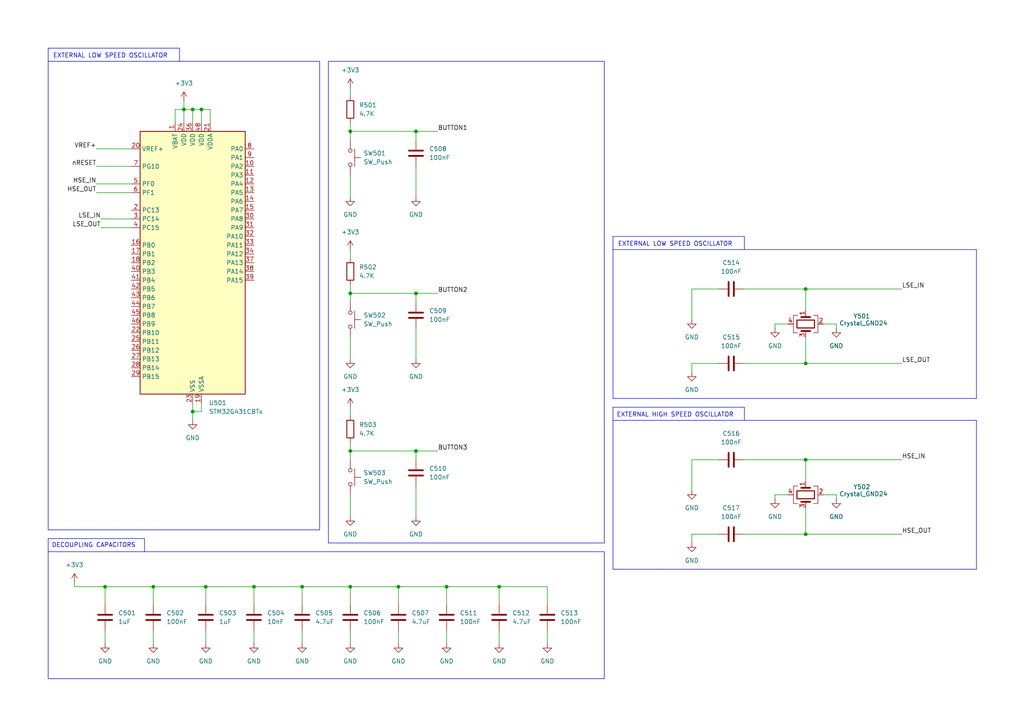
<source format=kicad_sch>
(kicad_sch (version 20250114) (generator "eeschema") (generator_version "9.0")
  (paper "A4")
  (lib_symbols
    (symbol "Device:C" (pin_numbers (hide yes)) (pin_names (offset 0.254))
      (property "Reference" "C" (at 0.635 2.54 0))
      (property "Value" "C" (at 0.635 -2.54 0))
      (symbol "C_0_1"
        (polyline (pts (xy -2.032 0.762) (xy 2.032 0.762)) (stroke (width 0.508)))
        (polyline (pts (xy -2.032 -0.762) (xy 2.032 -0.762)) (stroke (width 0.508)))
      )
      (symbol "C_1_1"
        (pin passive line (at 0 3.81 270) (length 2.794) (name "~") (number "1"))
        (pin passive line (at 0 -3.81 90) (length 2.794) (name "~") (number "2"))
      )
    )
    (symbol "Device:Crystal_GND24" (pin_names (offset 1.016) (hide yes))
      (property "Reference" "Y" (at 3.175 5.08 0))
      (property "Value" "Crystal_GND24" (at 3.175 3.175 0))
      (symbol "Crystal_GND24_0_1"
        (polyline (pts (xy -2.54 2.286) (xy -2.54 3.556) (xy 2.54 3.556) (xy 2.54 2.286)))
        (polyline (pts (xy -2.54 0) (xy -2.032 0)))
        (polyline (pts (xy -2.54 -2.286) (xy -2.54 -3.556) (xy 2.54 -3.556) (xy 2.54 -2.286)))
        (polyline (pts (xy -2.032 -1.27) (xy -2.032 1.27)) (stroke (width 0.508)))
        (rectangle (start -1.143 2.54) (end 1.143 -2.54) (stroke (width 0.3048)))
        (polyline (pts (xy 0 3.556) (xy 0 3.81)))
        (polyline (pts (xy 0 -3.81) (xy 0 -3.556)))
        (polyline (pts (xy 2.032 0) (xy 2.54 0)))
        (polyline (pts (xy 2.032 -1.27) (xy 2.032 1.27)) (stroke (width 0.508)))
      )
      (symbol "Crystal_GND24_1_1"
        (pin passive line (at -3.81 0 0) (length 1.27) (name "1") (number "1"))
        (pin passive line (at 0 5.08 270) (length 1.27) (name "2") (number "2"))
        (pin passive line (at 0 -5.08 90) (length 1.27) (name "4") (number "4"))
        (pin passive line (at 3.81 0 180) (length 1.27) (name "3") (number "3"))
      )
    )
    (symbol "Device:R" (pin_numbers (hide yes)) (pin_names (offset 0))
      (property "Reference" "R" (at 2.032 0 90))
      (property "Value" "R" (at 0 0 90))
      (symbol "R_0_1"
        (rectangle (start -1.016 -2.54) (end 1.016 2.54) (stroke (width 0.254)))
      )
      (symbol "R_1_1"
        (pin passive line (at 0 3.81 270) (length 1.27) (name "~") (number "1"))
        (pin passive line (at 0 -3.81 90) (length 1.27) (name "~") (number "2"))
      )
    )
    (symbol "MCU_ST_STM32G4:STM32G431CBTx"
      (property "Reference" "U" (at -15.24 39.37 0))
      (property "Value" "STM32G431CBTx" (at 7.62 39.37 0))
      (symbol "STM32G431CBTx_0_1"
        (rectangle (start -15.24 -38.1) (end 15.24 38.1) (stroke (width 0.254)) (fill (type background)))
      )
      (symbol "STM32G431CBTx_1_1"
        (pin input line (at -17.78 33.02 0) (length 2.54) (name "VREF+") (number "20"))
        (pin bidirectional line (at -17.78 27.94 0) (length 2.54) (name "PG10") (number "7"))
        (pin bidirectional line (at -17.78 22.86 0) (length 2.54) (name "PF0") (number "5"))
        (pin bidirectional line (at -17.78 20.32 0) (length 2.54) (name "PF1") (number "6"))
        (pin bidirectional line (at -17.78 15.24 0) (length 2.54) (name "PC13") (number "2"))
        (pin bidirectional line (at -17.78 12.7 0) (length 2.54) (name "PC14") (number "3"))
        (pin bidirectional line (at -17.78 10.16 0) (length 2.54) (name "PC15") (number "4"))
        (pin bidirectional line (at -17.78 5.08 0) (length 2.54) (name "PB0") (number "16"))
        (pin bidirectional line (at -17.78 2.54 0) (length 2.54) (name "PB1") (number "17"))
        (pin bidirectional line (at -17.78 0 0) (length 2.54) (name "PB2") (number "18"))
        (pin bidirectional line (at -17.78 -2.54 0) (length 2.54) (name "PB3") (number "40"))
        (pin bidirectional line (at -17.78 -5.08 0) (length 2.54) (name "PB4") (number "41"))
        (pin bidirectional line (at -17.78 -7.62 0) (length 2.54) (name "PB5") (number "42"))
        (pin bidirectional line (at -17.78 -10.16 0) (length 2.54) (name "PB6") (number "43"))
        (pin bidirectional line (at -17.78 -12.7 0) (length 2.54) (name "PB7") (number "44"))
        (pin bidirectional line (at -17.78 -15.24 0) (length 2.54) (name "PB8") (number "45"))
        (pin bidirectional line (at -17.78 -17.78 0) (length 2.54) (name "PB9") (number "46"))
        (pin bidirectional line (at -17.78 -20.32 0) (length 2.54) (name "PB10") (number "22"))
        (pin bidirectional line (at -17.78 -22.86 0) (length 2.54) (name "PB11") (number "25"))
        (pin bidirectional line (at -17.78 -25.4 0) (length 2.54) (name "PB12") (number "26"))
        (pin bidirectional line (at -17.78 -27.94 0) (length 2.54) (name "PB13") (number "27"))
        (pin bidirectional line (at -17.78 -30.48 0) (length 2.54) (name "PB14") (number "28"))
        (pin bidirectional line (at -17.78 -33.02 0) (length 2.54) (name "PB15") (number "29"))
        (pin power_in line (at -5.08 40.64 270) (length 2.54) (name "VBAT") (number "1"))
        (pin power_in line (at -2.54 40.64 270) (length 2.54) (name "VDD") (number "24"))
        (pin power_in line (at 0 40.64 270) (length 2.54) (name "VDD") (number "36"))
        (pin power_in line (at 0 -40.64 90) (length 2.54) (name "VSS") (number "23"))
        (pin passive line (at 0 -40.64 90) (length 2.54) (hide yes) (name "VSS") (number "35"))
        (pin passive line (at 0 -40.64 90) (length 2.54) (hide yes) (name "VSS") (number "47"))
        (pin power_in line (at 2.54 40.64 270) (length 2.54) (name "VDD") (number "48"))
        (pin power_in line (at 2.54 -40.64 90) (length 2.54) (name "VSSA") (number "19"))
        (pin power_in line (at 5.08 40.64 270) (length 2.54) (name "VDDA") (number "21"))
        (pin bidirectional line (at 17.78 33.02 180) (length 2.54) (name "PA0") (number "8"))
        (pin bidirectional line (at 17.78 30.48 180) (length 2.54) (name "PA1") (number "9"))
        (pin bidirectional line (at 17.78 27.94 180) (length 2.54) (name "PA2") (number "10"))
        (pin bidirectional line (at 17.78 25.4 180) (length 2.54) (name "PA3") (number "11"))
        (pin bidirectional line (at 17.78 22.86 180) (length 2.54) (name "PA4") (number "12"))
        (pin bidirectional line (at 17.78 20.32 180) (length 2.54) (name "PA5") (number "13"))
        (pin bidirectional line (at 17.78 17.78 180) (length 2.54) (name "PA6") (number "14"))
        (pin bidirectional line (at 17.78 15.24 180) (length 2.54) (name "PA7") (number "15"))
        (pin bidirectional line (at 17.78 12.7 180) (length 2.54) (name "PA8") (number "30"))
        (pin bidirectional line (at 17.78 10.16 180) (length 2.54) (name "PA9") (number "31"))
        (pin bidirectional line (at 17.78 7.62 180) (length 2.54) (name "PA10") (number "32"))
        (pin bidirectional line (at 17.78 5.08 180) (length 2.54) (name "PA11") (number "33"))
        (pin bidirectional line (at 17.78 2.54 180) (length 2.54) (name "PA12") (number "34"))
        (pin bidirectional line (at 17.78 0 180) (length 2.54) (name "PA13") (number "37"))
        (pin bidirectional line (at 17.78 -2.54 180) (length 2.54) (name "PA14") (number "38"))
        (pin bidirectional line (at 17.78 -5.08 180) (length 2.54) (name "PA15") (number "39"))
      )
    )
    (symbol "Switch:SW_Push" (pin_numbers (hide yes)) (pin_names (offset 1.016) (hide yes))
      (property "Reference" "SW" (at 1.27 2.54 0))
      (property "Value" "SW_Push" (at 0 -1.524 0))
      (symbol "SW_Push_0_1"
        (circle (center -2.032 0) (radius 0.508))
        (polyline (pts (xy 0 1.27) (xy 0 3.048)))
        (circle (center 2.032 0) (radius 0.508))
        (polyline (pts (xy 2.54 1.27) (xy -2.54 1.27)))
        (pin passive line (at -5.08 0 0) (length 2.54) (name "1") (number "1"))
        (pin passive line (at 5.08 0 180) (length 2.54) (name "2") (number "2"))
      )
    )
    (symbol "power:+3V3" (power) (pin_numbers (hide yes)) (pin_names (offset 0) (hide yes))
      (property "Value" "+3V3" (at 0 3.556 0))
      (symbol "+3V3_0_1"
        (polyline (pts (xy -0.762 1.27) (xy 0 2.54)))
        (polyline (pts (xy 0 2.54) (xy 0.762 1.27)))
        (polyline (pts (xy 0 0) (xy 0 2.54)))
      )
      (symbol "+3V3_1_1"
        (pin power_in line (at 0 0 90) (length 0) (name "~") (number "1"))
      )
    )
    (symbol "power:GND" (power) (pin_numbers (hide yes)) (pin_names (offset 0) (hide yes))
      (property "Value" "GND" (at 0 -3.81 0))
      (symbol "GND_0_1"
        (polyline (pts (xy 0 0) (xy 0 -1.27) (xy 1.27 -1.27) (xy 0 -2.54) (xy -1.27 -1.27) (xy 0 -1.27)))
      )
      (symbol "GND_1_1"
        (pin power_in line (at 0 0 270) (length 0) (name "~") (number "1"))
      )
    )
  )
  (text "EXTERNAL LOW SPEED OSCILLATOR" (at 195.834 70.866 0) (effects (font (size 1.27 1.27))))
  (text "DECOUPLING CAPACITORS" (at 27.178 158.242 0) (effects (font (size 1.27 1.27))))
  (text "EXTERNAL HIGH SPEED OSCILLATOR" (at 195.834 120.396 0) (effects (font (size 1.27 1.27))))
  (text "EXTERNAL LOW SPEED OSCILLATOR" (at 32.004 16.256 0) (effects (font (size 1.27 1.27))))
  (junction (at 55.88 119.38))
  (junction (at 115.57 170.18))
  (junction (at 144.78 170.18))
  (junction (at 87.63 170.18))
  (junction (at 233.68 105.41))
  (junction (at 55.88 31.75))
  (junction (at 120.65 85.09))
  (junction (at 59.69 170.18))
  (junction (at 44.45 170.18))
  (junction (at 101.6 130.81))
  (junction (at 30.48 170.18))
  (junction (at 129.54 170.18))
  (junction (at 101.6 85.09))
  (junction (at 73.66 170.18))
  (junction (at 120.65 38.1))
  (junction (at 233.68 154.94))
  (junction (at 233.68 83.82))
  (junction (at 120.65 130.81))
  (junction (at 101.6 170.18))
  (junction (at 101.6 38.1))
  (junction (at 58.42 31.75))
  (junction (at 53.34 31.75))
  (junction (at 233.68 133.35))
  (wire (pts (xy 129.54 175.26) (xy 129.54 170.18)))
  (wire (pts (xy 238.76 93.98) (xy 242.57 93.98)))
  (polyline (pts (xy 92.71 153.67) (xy 92.71 152.4)))
  (polyline (pts (xy 283.21 121.92) (xy 283.21 165.1)))
  (polyline (pts (xy 175.26 196.85) (xy 175.26 160.02)))
  (wire (pts (xy 158.75 170.18) (xy 144.78 170.18)))
  (wire (pts (xy 58.42 31.75) (xy 60.96 31.75)))
  (polyline (pts (xy 95.25 157.48) (xy 101.6 157.48)))
  (wire (pts (xy 228.6 143.51) (xy 224.79 143.51)))
  (polyline (pts (xy 177.8 165.1) (xy 177.8 121.92)))
  (polyline (pts (xy 191.77 115.57) (xy 177.8 115.57)))
  (wire (pts (xy 233.68 154.94) (xy 261.62 154.94)))
  (wire (pts (xy 120.65 130.81) (xy 120.65 133.35)))
  (wire (pts (xy 238.76 143.51) (xy 242.57 143.51)))
  (wire (pts (xy 101.6 170.18) (xy 87.63 170.18)))
  (polyline (pts (xy 283.21 72.39) (xy 283.21 115.57)))
  (wire (pts (xy 101.6 182.88) (xy 101.6 186.69)))
  (wire (pts (xy 242.57 93.98) (xy 242.57 95.25)))
  (wire (pts (xy 55.88 119.38) (xy 55.88 121.92)))
  (wire (pts (xy 120.65 140.97) (xy 120.65 149.86)))
  (polyline (pts (xy 13.97 60.96) (xy 13.97 152.4)))
  (wire (pts (xy 129.54 170.18) (xy 115.57 170.18)))
  (wire (pts (xy 144.78 175.26) (xy 144.78 170.18)))
  (wire (pts (xy 233.68 97.79) (xy 233.68 105.41)))
  (wire (pts (xy 224.79 143.51) (xy 224.79 144.78)))
  (polyline (pts (xy 175.26 17.78) (xy 124.46 17.78)))
  (polyline (pts (xy 177.8 68.58) (xy 215.9 68.58)))
  (wire (pts (xy 73.66 175.26) (xy 73.66 170.18)))
  (wire (pts (xy 101.6 82.55) (xy 101.6 85.09)))
  (wire (pts (xy 101.6 38.1) (xy 120.65 38.1)))
  (polyline (pts (xy 123.19 196.85) (xy 175.26 196.85)))
  (wire (pts (xy 144.78 182.88) (xy 144.78 186.69)))
  (polyline (pts (xy 13.97 160.02) (xy 13.97 156.21)))
  (wire (pts (xy 73.66 170.18) (xy 87.63 170.18)))
  (wire (pts (xy 53.34 31.75) (xy 53.34 29.21)))
  (wire (pts (xy 200.66 133.35) (xy 200.66 142.24)))
  (polyline (pts (xy 215.9 68.58) (xy 215.9 72.39)))
  (polyline (pts (xy 175.26 157.48) (xy 175.26 17.78)))
  (wire (pts (xy 50.8 31.75) (xy 53.34 31.75)))
  (polyline (pts (xy 13.97 196.85) (xy 123.19 196.85)))
  (wire (pts (xy 101.6 175.26) (xy 101.6 170.18)))
  (wire (pts (xy 87.63 175.26) (xy 87.63 170.18)))
  (wire (pts (xy 101.6 50.8) (xy 101.6 57.15)))
  (wire (pts (xy 158.75 182.88) (xy 158.75 186.69)))
  (wire (pts (xy 120.65 85.09) (xy 120.65 87.63)))
  (wire (pts (xy 101.6 85.09) (xy 101.6 87.63)))
  (polyline (pts (xy 95.25 35.56) (xy 95.25 157.48)))
  (wire (pts (xy 50.8 35.56) (xy 50.8 31.75)))
  (wire (pts (xy 228.6 93.98) (xy 224.79 93.98)))
  (wire (pts (xy 101.6 85.09) (xy 120.65 85.09)))
  (wire (pts (xy 55.88 116.84) (xy 55.88 119.38)))
  (wire (pts (xy 242.57 143.51) (xy 242.57 144.78)))
  (wire (pts (xy 120.65 95.25) (xy 120.65 104.14)))
  (polyline (pts (xy 13.97 153.67) (xy 92.71 153.67)))
  (wire (pts (xy 208.28 154.94) (xy 200.66 154.94)))
  (wire (pts (xy 73.66 170.18) (xy 59.69 170.18)))
  (wire (pts (xy 30.48 175.26) (xy 30.48 170.18)))
  (polyline (pts (xy 13.97 17.78) (xy 52.07 17.78)))
  (wire (pts (xy 38.1 43.18) (xy 27.94 43.18)))
  (wire (pts (xy 58.42 116.84) (xy 58.42 119.38)))
  (wire (pts (xy 215.9 133.35) (xy 233.68 133.35)))
  (polyline (pts (xy 177.8 72.39) (xy 177.8 68.58)))
  (polyline (pts (xy 13.97 156.21) (xy 41.91 156.21)))
  (wire (pts (xy 233.68 83.82) (xy 233.68 90.17)))
  (polyline (pts (xy 177.8 118.11) (xy 215.9 118.11)))
  (wire (pts (xy 101.6 25.4) (xy 101.6 27.94)))
  (polyline (pts (xy 191.77 165.1) (xy 283.21 165.1)))
  (polyline (pts (xy 101.6 157.48) (xy 175.26 157.48)))
  (polyline (pts (xy 13.97 160.02) (xy 13.97 196.85)))
  (wire (pts (xy 44.45 170.18) (xy 30.48 170.18)))
  (polyline (pts (xy 13.97 13.97) (xy 52.07 13.97)))
  (wire (pts (xy 29.21 66.04) (xy 38.1 66.04)))
  (wire (pts (xy 59.69 175.26) (xy 59.69 170.18)))
  (wire (pts (xy 215.9 105.41) (xy 233.68 105.41)))
  (wire (pts (xy 120.65 130.81) (xy 127 130.81)))
  (wire (pts (xy 208.28 133.35) (xy 200.66 133.35)))
  (wire (pts (xy 21.59 168.91) (xy 21.59 170.18)))
  (polyline (pts (xy 177.8 121.92) (xy 177.8 118.11)))
  (wire (pts (xy 60.96 35.56) (xy 60.96 31.75)))
  (polyline (pts (xy 52.07 13.97) (xy 52.07 17.78)))
  (polyline (pts (xy 92.71 17.78) (xy 92.71 152.4)))
  (wire (pts (xy 215.9 83.82) (xy 233.68 83.82)))
  (polyline (pts (xy 177.8 72.39) (xy 283.21 72.39)))
  (wire (pts (xy 101.6 130.81) (xy 120.65 130.81)))
  (wire (pts (xy 120.65 48.26) (xy 120.65 57.15)))
  (wire (pts (xy 101.6 143.51) (xy 101.6 149.86)))
  (wire (pts (xy 101.6 38.1) (xy 101.6 40.64)))
  (wire (pts (xy 101.6 130.81) (xy 101.6 133.35)))
  (wire (pts (xy 30.48 182.88) (xy 30.48 186.69)))
  (wire (pts (xy 53.34 31.75) (xy 55.88 31.75)))
  (wire (pts (xy 233.68 147.32) (xy 233.68 154.94)))
  (wire (pts (xy 215.9 154.94) (xy 233.68 154.94)))
  (wire (pts (xy 233.68 83.82) (xy 261.62 83.82)))
  (polyline (pts (xy 95.25 17.78) (xy 124.46 17.78)))
  (wire (pts (xy 208.28 105.41) (xy 200.66 105.41)))
  (wire (pts (xy 120.65 38.1) (xy 120.65 40.64)))
  (wire (pts (xy 29.21 63.5) (xy 38.1 63.5)))
  (wire (pts (xy 200.66 83.82) (xy 200.66 92.71)))
  (wire (pts (xy 158.75 175.26) (xy 158.75 170.18)))
  (polyline (pts (xy 95.25 35.56) (xy 95.25 17.78)))
  (wire (pts (xy 208.28 83.82) (xy 200.66 83.82)))
  (polyline (pts (xy 191.77 115.57) (xy 283.21 115.57)))
  (wire (pts (xy 115.57 182.88) (xy 115.57 186.69)))
  (wire (pts (xy 129.54 170.18) (xy 144.78 170.18)))
  (wire (pts (xy 101.6 170.18) (xy 115.57 170.18)))
  (wire (pts (xy 53.34 35.56) (xy 53.34 31.75)))
  (wire (pts (xy 101.6 128.27) (xy 101.6 130.81)))
  (wire (pts (xy 224.79 93.98) (xy 224.79 95.25)))
  (wire (pts (xy 87.63 182.88) (xy 87.63 186.69)))
  (polyline (pts (xy 191.77 165.1) (xy 177.8 165.1)))
  (wire (pts (xy 129.54 182.88) (xy 129.54 186.69)))
  (wire (pts (xy 58.42 31.75) (xy 58.42 35.56)))
  (wire (pts (xy 101.6 35.56) (xy 101.6 38.1)))
  (wire (pts (xy 200.66 154.94) (xy 200.66 157.48)))
  (wire (pts (xy 120.65 85.09) (xy 127 85.09)))
  (wire (pts (xy 27.94 53.34) (xy 38.1 53.34)))
  (wire (pts (xy 233.68 133.35) (xy 233.68 139.7)))
  (wire (pts (xy 27.94 55.88) (xy 38.1 55.88)))
  (polyline (pts (xy 41.91 156.21) (xy 41.91 160.02)))
  (wire (pts (xy 44.45 175.26) (xy 44.45 170.18)))
  (wire (pts (xy 55.88 31.75) (xy 58.42 31.75)))
  (polyline (pts (xy 215.9 118.11) (xy 215.9 121.92)))
  (wire (pts (xy 44.45 182.88) (xy 44.45 186.69)))
  (wire (pts (xy 30.48 170.18) (xy 21.59 170.18)))
  (polyline (pts (xy 52.07 17.78) (xy 92.71 17.78)))
  (wire (pts (xy 101.6 72.39) (xy 101.6 74.93)))
  (wire (pts (xy 55.88 31.75) (xy 55.88 35.56)))
  (wire (pts (xy 58.42 119.38) (xy 55.88 119.38)))
  (polyline (pts (xy 177.8 121.92) (xy 283.21 121.92)))
  (wire (pts (xy 101.6 118.11) (xy 101.6 120.65)))
  (polyline (pts (xy 177.8 115.57) (xy 177.8 72.39)))
  (wire (pts (xy 101.6 97.79) (xy 101.6 104.14)))
  (wire (pts (xy 73.66 182.88) (xy 73.66 186.69)))
  (polyline (pts (xy 13.97 13.97) (xy 13.97 60.96)))
  (wire (pts (xy 120.65 38.1) (xy 127 38.1)))
  (wire (pts (xy 233.68 133.35) (xy 261.62 133.35)))
  (polyline (pts (xy 175.26 160.02) (xy 13.97 160.02)))
  (wire (pts (xy 200.66 105.41) (xy 200.66 107.95)))
  (wire (pts (xy 59.69 182.88) (xy 59.69 186.69)))
  (wire (pts (xy 233.68 105.41) (xy 261.62 105.41)))
  (wire (pts (xy 115.57 175.26) (xy 115.57 170.18)))
  (wire (pts (xy 27.94 48.26) (xy 38.1 48.26)))
  (polyline (pts (xy 13.97 152.4) (xy 13.97 153.67)))
  (wire (pts (xy 44.45 170.18) (xy 59.69 170.18)))
  (label "BUTTON1" (at 127 38.1 0))
  (label "BUTTON2" (at 127 85.09 0))
  (label "HSE_IN" (at 27.94 53.34 180))
  (label "LSE_IN" (at 261.62 83.82 0))
  (label "HSE_IN" (at 261.62 133.35 0))
  (label "LSE_OUT" (at 261.62 105.41 0))
  (label "VREF+" (at 27.94 43.18 180))
  (label "LSE_IN" (at 29.21 63.5 180))
  (label "HSE_OUT" (at 261.62 154.94 0))
  (label "nRESET" (at 27.94 48.26 180))
  (label "BUTTON3" (at 127 130.81 0))
  (label "LSE_OUT" (at 29.21 66.04 180))
  (label "HSE_OUT" (at 27.94 55.88 180))
  (global_label "I2C1_SCL" (shape input) (at -20.32 77.47 0) (property "Intersheetrefs" "${INTERSHEET_REFS}" (effects (hide yes))))
  (global_label "I2C1_SDA" (shape input) (at -20.32 80.01 0) (property "Intersheetrefs" "${INTERSHEET_REFS}" (effects (hide yes))))
  (global_label "I2C2_SDA" (shape input) (at -20.32 86.36 0) (property "Intersheetrefs" "${INTERSHEET_REFS}" (effects (hide yes))))
  (global_label "CAN_TRX_S" (shape input) (at -8.89 100.33 180) (property "Intersheetrefs" "${INTERSHEET_REFS}" (effects (hide yes))))
  (global_label "CAN1_TXD" (shape input) (at -8.89 90.17 180) (property "Intersheetrefs" "${INTERSHEET_REFS}" (effects (hide yes))))
  (global_label "USART1_DE_PIN" (shape input) (at -2.54 71.12 180) (property "Intersheetrefs" "${INTERSHEET_REFS}" (effects (hide yes))))
  (global_label "CAN1_RXD" (shape input) (at -8.89 92.71 180) (property "Intersheetrefs" "${INTERSHEET_REFS}" (effects (hide yes))))
  (global_label "USART1_RE_PIN" (shape input) (at -2.54 68.58 180) (property "Intersheetrefs" "${INTERSHEET_REFS}" (effects (hide yes))))
  (global_label "I2C2_SCL" (shape input) (at -20.32 83.82 0) (property "Intersheetrefs" "${INTERSHEET_REFS}" (effects (hide yes))))
  (global_label "USART1_TX_PIN" (shape input) (at -2.54 73.66 180) (property "Intersheetrefs" "${INTERSHEET_REFS}" (effects (hide yes))))
  (global_label "USART1_RX_PIN" (shape input) (at -2.54 66.04 180) (property "Intersheetrefs" "${INTERSHEET_REFS}" (effects (hide yes))))
  (symbol (lib_id "power:GND") (at 30.48 186.69 0) (unit 1)
    (property "Reference" "#PWR0502" (effects (hide yes)))
    (property "Value" "GND" (at 30.48 191.77 0))
    (property "Description" "Power symbol creates a global label with name \"GND\" , ground" (effects (hide yes)))
  )
  (symbol (lib_id "power:GND") (at 73.66 186.69 0) (unit 1)
    (property "Reference" "#PWR0507" (effects (hide yes)))
    (property "Value" "GND" (at 73.66 191.77 0))
    (property "Description" "Power symbol creates a global label with name \"GND\" , ground" (effects (hide yes)))
  )
  (symbol (lib_id "power:GND") (at 200.66 142.24 0) (mirror y) (unit 1)
    (property "Reference" "#PWR0525" (effects (hide yes)))
    (property "Value" "GND" (at 200.66 147.32 0))
    (property "Description" "Power symbol creates a global label with name \"GND\" , ground" (effects (hide yes)))
  )
  (symbol (lib_id "power:+3V3") (at 101.6 118.11 0) (unit 1)
    (property "Reference" "#PWR0513" (effects (hide yes)))
    (property "Value" "+3V3" (at 101.6 113.03 0))
    (property "Description" "Power symbol creates a global label with name \"+3V3\"" (effects (hide yes)))
  )
  (symbol (lib_id "Device:C") (at 129.54 179.07 0) (unit 1)
    (property "Reference" "C511" (at 133.35 177.7999 0) (effects (justify left)))
    (property "Value" "100nF" (at 133.35 180.3399 0) (effects (justify left)))
    (property "Footprint" "Capacitor_SMD:C_0402_1005Metric_Pad0.74x0.62mm_HandSolder" (effects (hide yes)))
    (property "Description" "Unpolarized capacitor" (effects (hide yes)))
  )
  (symbol (lib_id "Device:C") (at 87.63 179.07 0) (unit 1)
    (property "Reference" "C505" (at 91.44 177.7999 0) (effects (justify left)))
    (property "Value" "4.7uF" (at 91.44 180.3399 0) (effects (justify left)))
    (property "Footprint" "Capacitor_SMD:C_0402_1005Metric_Pad0.74x0.62mm_HandSolder" (effects (hide yes)))
    (property "Description" "Unpolarized capacitor" (effects (hide yes)))
  )
  (symbol (lib_id "Device:C") (at 212.09 105.41 270) (unit 1)
    (property "Reference" "C515" (at 212.09 97.79 90))
    (property "Value" "100nF" (at 212.09 100.33 90))
    (property "Footprint" "Capacitor_SMD:C_0402_1005Metric_Pad0.74x0.62mm_HandSolder" (effects (hide yes)))
    (property "Description" "Unpolarized capacitor" (effects (hide yes)))
  )
  (symbol (lib_id "Device:R") (at 101.6 124.46 0) (unit 1)
    (property "Reference" "R503" (at 104.14 123.1899 0) (effects (justify left)))
    (property "Value" "4.7K" (at 104.14 125.7299 0) (effects (justify left)))
    (property "Footprint" "Resistor_SMD:R_0603_1608Metric_Pad0.98x0.95mm_HandSolder" (effects (hide yes)))
    (property "Description" "Resistor" (effects (hide yes)))
  )
  (symbol (lib_id "Device:Crystal_GND24") (at 233.68 93.98 270) (unit 1)
    (property "Reference" "Y501" (at 249.936 91.694 90))
    (property "Value" "Crystal_GND24" (at 250.444 93.726 90))
    (property "Description" "Four pin crystal, GND on pins 2 and 4" (effects (hide yes)))
  )
  (symbol (lib_id "power:GND") (at 55.88 121.92 0) (unit 1)
    (property "Reference" "#PWR0505" (effects (hide yes)))
    (property "Value" "GND" (at 55.88 127 0))
    (property "Description" "Power symbol creates a global label with name \"GND\" , ground" (effects (hide yes)))
  )
  (symbol (lib_id "Device:C") (at 120.65 91.44 0) (unit 1)
    (property "Reference" "C509" (at 124.46 90.1699 0) (effects (justify left)))
    (property "Value" "100nF" (at 124.46 92.7099 0) (effects (justify left)))
    (property "Footprint" "Capacitor_SMD:C_0402_1005Metric_Pad0.74x0.62mm_HandSolder" (effects (hide yes)))
    (property "Description" "Unpolarized capacitor" (effects (hide yes)))
  )
  (symbol (lib_id "Device:C") (at 212.09 83.82 270) (unit 1)
    (property "Reference" "C514" (at 212.09 76.2 90))
    (property "Value" "100nF" (at 212.09 78.74 90))
    (property "Footprint" "Capacitor_SMD:C_0402_1005Metric_Pad0.74x0.62mm_HandSolder" (effects (hide yes)))
    (property "Description" "Unpolarized capacitor" (effects (hide yes)))
  )
  (symbol (lib_id "Device:C") (at 59.69 179.07 0) (unit 1)
    (property "Reference" "C503" (at 63.5 177.7999 0) (effects (justify left)))
    (property "Value" "1uF" (at 63.5 180.3399 0) (effects (justify left)))
    (property "Footprint" "Capacitor_SMD:C_0402_1005Metric_Pad0.74x0.62mm_HandSolder" (effects (hide yes)))
    (property "Description" "Unpolarized capacitor" (effects (hide yes)))
  )
  (symbol (lib_id "Device:C") (at 115.57 179.07 0) (unit 1)
    (property "Reference" "C507" (at 119.38 177.7999 0) (effects (justify left)))
    (property "Value" "4.7uF" (at 119.38 180.3399 0) (effects (justify left)))
    (property "Footprint" "Capacitor_SMD:C_0402_1005Metric_Pad0.74x0.62mm_HandSolder" (effects (hide yes)))
    (property "Description" "Unpolarized capacitor" (effects (hide yes)))
  )
  (symbol (lib_id "MCU_ST_STM32G4:STM32G431CBTx") (at 55.88 76.2 0) (unit 1)
    (property "Reference" "U501" (at 60.5633 116.84 0) (effects (justify left)))
    (property "Value" "STM32G431CBTx" (at 60.5633 119.38 0) (effects (justify left)))
    (property "Footprint" "Package_QFP:LQFP-48_7x7mm_P0.5mm" (effects (hide yes)))
    (property "Datasheet" "https://www.st.com/resource/en/datasheet/stm32g431cb.pdf" (effects (hide yes)))
    (property "Description" "STMicroelectronics Arm Cortex-M4 MCU, 128KB flash, 32KB RAM, 170 MHz, 1.71-3.6V, 38 GPIO, LQFP48" (effects (hide yes)))
  )
  (symbol (lib_id "power:GND") (at 242.57 144.78 0) (unit 1)
    (property "Reference" "#PWR0530" (effects (hide yes)))
    (property "Value" "GND" (at 242.57 149.86 0))
    (property "Description" "Power symbol creates a global label with name \"GND\" , ground" (effects (hide yes)))
  )
  (symbol (lib_id "Device:C") (at 212.09 133.35 270) (unit 1)
    (property "Reference" "C516" (at 212.09 125.73 90))
    (property "Value" "100nF" (at 212.09 128.27 90))
    (property "Footprint" "Capacitor_SMD:C_0402_1005Metric_Pad0.74x0.62mm_HandSolder" (effects (hide yes)))
    (property "Description" "Unpolarized capacitor" (effects (hide yes)))
  )
  (symbol (lib_id "Device:C") (at 30.48 179.07 0) (unit 1)
    (property "Reference" "C501" (at 34.29 177.7999 0) (effects (justify left)))
    (property "Value" "1uF" (at 34.29 180.3399 0) (effects (justify left)))
    (property "Footprint" "Capacitor_SMD:C_0402_1005Metric_Pad0.74x0.62mm_HandSolder" (effects (hide yes)))
    (property "Description" "Unpolarized capacitor" (effects (hide yes)))
  )
  (symbol (lib_id "power:GND") (at 115.57 186.69 0) (unit 1)
    (property "Reference" "#PWR0516" (effects (hide yes)))
    (property "Value" "GND" (at 115.57 191.77 0))
    (property "Description" "Power symbol creates a global label with name \"GND\" , ground" (effects (hide yes)))
  )
  (symbol (lib_id "power:GND") (at 224.79 95.25 0) (mirror y) (unit 1)
    (property "Reference" "#PWR0527" (effects (hide yes)))
    (property "Value" "GND" (at 224.79 100.33 0))
    (property "Description" "Power symbol creates a global label with name \"GND\" , ground" (effects (hide yes)))
  )
  (symbol (lib_id "Device:C") (at 158.75 179.07 0) (unit 1)
    (property "Reference" "C513" (at 162.56 177.7999 0) (effects (justify left)))
    (property "Value" "100nF" (at 162.56 180.3399 0) (effects (justify left)))
    (property "Footprint" "Capacitor_SMD:C_0402_1005Metric_Pad0.74x0.62mm_HandSolder" (effects (hide yes)))
    (property "Description" "Unpolarized capacitor" (effects (hide yes)))
  )
  (symbol (lib_id "Switch:SW_Push") (at 101.6 138.43 270) (unit 1)
    (property "Reference" "SW503" (at 105.41 137.1599 90) (effects (justify left)))
    (property "Value" "SW_Push" (at 105.41 139.6999 90) (effects (justify left)))
    (property "Description" "Push button switch, generic, two pins" (effects (hide yes)))
  )
  (symbol (lib_id "power:GND") (at 101.6 149.86 0) (mirror y) (unit 1)
    (property "Reference" "#PWR0514" (effects (hide yes)))
    (property "Value" "GND" (at 101.6 154.94 0))
    (property "Description" "Power symbol creates a global label with name \"GND\" , ground" (effects (hide yes)))
  )
  (symbol (lib_id "power:GND") (at 101.6 186.69 0) (unit 1)
    (property "Reference" "#PWR0515" (effects (hide yes)))
    (property "Value" "GND" (at 101.6 191.77 0))
    (property "Description" "Power symbol creates a global label with name \"GND\" , ground" (effects (hide yes)))
  )
  (symbol (lib_id "power:GND") (at 242.57 95.25 0) (unit 1)
    (property "Reference" "#PWR0529" (effects (hide yes)))
    (property "Value" "GND" (at 242.57 100.33 0))
    (property "Description" "Power symbol creates a global label with name \"GND\" , ground" (effects (hide yes)))
  )
  (symbol (lib_id "power:+3V3") (at 101.6 25.4 0) (unit 1)
    (property "Reference" "#PWR0509" (effects (hide yes)))
    (property "Value" "+3V3" (at 101.6 20.32 0))
    (property "Description" "Power symbol creates a global label with name \"+3V3\"" (effects (hide yes)))
  )
  (symbol (lib_id "power:+3V3") (at 53.34 29.21 0) (unit 1)
    (property "Reference" "#PWR0504" (effects (hide yes)))
    (property "Value" "+3V3" (at 53.34 24.13 0))
    (property "Description" "Power symbol creates a global label with name \"+3V3\"" (effects (hide yes)))
  )
  (symbol (lib_id "power:GND") (at 224.79 144.78 0) (mirror y) (unit 1)
    (property "Reference" "#PWR0528" (effects (hide yes)))
    (property "Value" "GND" (at 224.79 149.86 0))
    (property "Description" "Power symbol creates a global label with name \"GND\" , ground" (effects (hide yes)))
  )
  (symbol (lib_id "Device:R") (at 101.6 78.74 0) (unit 1)
    (property "Reference" "R502" (at 104.14 77.4699 0) (effects (justify left)))
    (property "Value" "4.7K" (at 104.14 80.0099 0) (effects (justify left)))
    (property "Footprint" "Resistor_SMD:R_0603_1608Metric_Pad0.98x0.95mm_HandSolder" (effects (hide yes)))
    (property "Description" "Resistor" (effects (hide yes)))
  )
  (symbol (lib_id "power:GND") (at 101.6 104.14 0) (mirror y) (unit 1)
    (property "Reference" "#PWR0512" (effects (hide yes)))
    (property "Value" "GND" (at 101.6 109.22 0))
    (property "Description" "Power symbol creates a global label with name \"GND\" , ground" (effects (hide yes)))
  )
  (symbol (lib_id "Device:C") (at 120.65 137.16 0) (unit 1)
    (property "Reference" "C510" (at 124.46 135.8899 0) (effects (justify left)))
    (property "Value" "100nF" (at 124.46 138.4299 0) (effects (justify left)))
    (property "Footprint" "Capacitor_SMD:C_0402_1005Metric_Pad0.74x0.62mm_HandSolder" (effects (hide yes)))
    (property "Description" "Unpolarized capacitor" (effects (hide yes)))
  )
  (symbol (lib_id "power:GND") (at 101.6 57.15 0) (mirror y) (unit 1)
    (property "Reference" "#PWR0510" (effects (hide yes)))
    (property "Value" "GND" (at 101.6 62.23 0))
    (property "Description" "Power symbol creates a global label with name \"GND\" , ground" (effects (hide yes)))
  )
  (symbol (lib_id "Device:C") (at 144.78 179.07 0) (unit 1)
    (property "Reference" "C512" (at 148.59 177.7999 0) (effects (justify left)))
    (property "Value" "4.7uF" (at 148.59 180.3399 0) (effects (justify left)))
    (property "Footprint" "Capacitor_SMD:C_0402_1005Metric_Pad0.74x0.62mm_HandSolder" (effects (hide yes)))
    (property "Description" "Unpolarized capacitor" (effects (hide yes)))
  )
  (symbol (lib_id "power:GND") (at 129.54 186.69 0) (unit 1)
    (property "Reference" "#PWR0520" (effects (hide yes)))
    (property "Value" "GND" (at 129.54 191.77 0))
    (property "Description" "Power symbol creates a global label with name \"GND\" , ground" (effects (hide yes)))
  )
  (symbol (lib_id "Device:R") (at 101.6 31.75 0) (unit 1)
    (property "Reference" "R501" (at 104.14 30.4799 0) (effects (justify left)))
    (property "Value" "4.7K" (at 104.14 33.0199 0) (effects (justify left)))
    (property "Footprint" "Resistor_SMD:R_0603_1608Metric_Pad0.98x0.95mm_HandSolder" (effects (hide yes)))
    (property "Description" "Resistor" (effects (hide yes)))
  )
  (symbol (lib_id "power:GND") (at 200.66 157.48 0) (mirror y) (unit 1)
    (property "Reference" "#PWR0526" (effects (hide yes)))
    (property "Value" "GND" (at 200.66 162.56 0))
    (property "Description" "Power symbol creates a global label with name \"GND\" , ground" (effects (hide yes)))
  )
  (symbol (lib_id "Device:C") (at 44.45 179.07 0) (unit 1)
    (property "Reference" "C502" (at 48.26 177.7999 0) (effects (justify left)))
    (property "Value" "100nF" (at 48.26 180.3399 0) (effects (justify left)))
    (property "Footprint" "Capacitor_SMD:C_0402_1005Metric_Pad0.74x0.62mm_HandSolder" (effects (hide yes)))
    (property "Description" "Unpolarized capacitor" (effects (hide yes)))
  )
  (symbol (lib_id "power:GND") (at 120.65 57.15 0) (mirror y) (unit 1)
    (property "Reference" "#PWR0517" (effects (hide yes)))
    (property "Value" "GND" (at 120.65 62.23 0))
    (property "Description" "Power symbol creates a global label with name \"GND\" , ground" (effects (hide yes)))
  )
  (symbol (lib_id "Switch:SW_Push") (at 101.6 45.72 270) (unit 1)
    (property "Reference" "SW501" (at 105.41 44.4499 90) (effects (justify left)))
    (property "Value" "SW_Push" (at 105.41 46.9899 90) (effects (justify left)))
    (property "Description" "Push button switch, generic, two pins" (effects (hide yes)))
  )
  (symbol (lib_id "power:GND") (at 144.78 186.69 0) (unit 1)
    (property "Reference" "#PWR0521" (effects (hide yes)))
    (property "Value" "GND" (at 144.78 191.77 0))
    (property "Description" "Power symbol creates a global label with name \"GND\" , ground" (effects (hide yes)))
  )
  (symbol (lib_id "Device:C") (at 120.65 44.45 0) (unit 1)
    (property "Reference" "C508" (at 124.46 43.1799 0) (effects (justify left)))
    (property "Value" "100nF" (at 124.46 45.7199 0) (effects (justify left)))
    (property "Footprint" "Capacitor_SMD:C_0402_1005Metric_Pad0.74x0.62mm_HandSolder" (effects (hide yes)))
    (property "Description" "Unpolarized capacitor" (effects (hide yes)))
  )
  (symbol (lib_id "Device:Crystal_GND24") (at 233.68 143.51 270) (unit 1)
    (property "Reference" "Y502" (at 249.936 141.224 90))
    (property "Value" "Crystal_GND24" (at 250.444 143.256 90))
    (property "Description" "Four pin crystal, GND on pins 2 and 4" (effects (hide yes)))
  )
  (symbol (lib_id "power:GND") (at 59.69 186.69 0) (unit 1)
    (property "Reference" "#PWR0506" (effects (hide yes)))
    (property "Value" "GND" (at 59.69 191.77 0))
    (property "Description" "Power symbol creates a global label with name \"GND\" , ground" (effects (hide yes)))
  )
  (symbol (lib_id "Switch:SW_Push") (at 101.6 92.71 270) (unit 1)
    (property "Reference" "SW502" (at 105.41 91.4399 90) (effects (justify left)))
    (property "Value" "SW_Push" (at 105.41 93.9799 90) (effects (justify left)))
    (property "Description" "Push button switch, generic, two pins" (effects (hide yes)))
  )
  (symbol (lib_id "power:GND") (at 200.66 92.71 0) (mirror y) (unit 1)
    (property "Reference" "#PWR0523" (effects (hide yes)))
    (property "Value" "GND" (at 200.66 97.79 0))
    (property "Description" "Power symbol creates a global label with name \"GND\" , ground" (effects (hide yes)))
  )
  (symbol (lib_id "Device:C") (at 73.66 179.07 0) (unit 1)
    (property "Reference" "C504" (at 77.47 177.7999 0) (effects (justify left)))
    (property "Value" "10nF" (at 77.47 180.3399 0) (effects (justify left)))
    (property "Footprint" "Capacitor_SMD:C_0402_1005Metric_Pad0.74x0.62mm_HandSolder" (effects (hide yes)))
    (property "Description" "Unpolarized capacitor" (effects (hide yes)))
  )
  (symbol (lib_id "power:GND") (at 120.65 104.14 0) (mirror y) (unit 1)
    (property "Reference" "#PWR0518" (effects (hide yes)))
    (property "Value" "GND" (at 120.65 109.22 0))
    (property "Description" "Power symbol creates a global label with name \"GND\" , ground" (effects (hide yes)))
  )
  (symbol (lib_id "Device:C") (at 212.09 154.94 270) (unit 1)
    (property "Reference" "C517" (at 212.09 147.32 90))
    (property "Value" "100nF" (at 212.09 149.86 90))
    (property "Footprint" "Capacitor_SMD:C_0402_1005Metric_Pad0.74x0.62mm_HandSolder" (effects (hide yes)))
    (property "Description" "Unpolarized capacitor" (effects (hide yes)))
  )
  (symbol (lib_id "power:GND") (at 120.65 149.86 0) (mirror y) (unit 1)
    (property "Reference" "#PWR0519" (effects (hide yes)))
    (property "Value" "GND" (at 120.65 154.94 0))
    (property "Description" "Power symbol creates a global label with name \"GND\" , ground" (effects (hide yes)))
  )
  (symbol (lib_id "power:GND") (at 200.66 107.95 0) (mirror y) (unit 1)
    (property "Reference" "#PWR0524" (effects (hide yes)))
    (property "Value" "GND" (at 200.66 113.03 0))
    (property "Description" "Power symbol creates a global label with name \"GND\" , ground" (effects (hide yes)))
  )
  (symbol (lib_id "power:GND") (at 87.63 186.69 0) (unit 1)
    (property "Reference" "#PWR0508" (effects (hide yes)))
    (property "Value" "GND" (at 87.63 191.77 0))
    (property "Description" "Power symbol creates a global label with name \"GND\" , ground" (effects (hide yes)))
  )
  (symbol (lib_id "power:GND") (at 44.45 186.69 0) (unit 1)
    (property "Reference" "#PWR0503" (effects (hide yes)))
    (property "Value" "GND" (at 44.45 191.77 0))
    (property "Description" "Power symbol creates a global label with name \"GND\" , ground" (effects (hide yes)))
  )
  (symbol (lib_id "power:GND") (at 158.75 186.69 0) (unit 1)
    (property "Reference" "#PWR0522" (effects (hide yes)))
    (property "Value" "GND" (at 158.75 191.77 0))
    (property "Description" "Power symbol creates a global label with name \"GND\" , ground" (effects (hide yes)))
  )
  (symbol (lib_id "power:+3V3") (at 101.6 72.39 0) (unit 1)
    (property "Reference" "#PWR0511" (effects (hide yes)))
    (property "Value" "+3V3" (at 101.6 67.31 0))
    (property "Description" "Power symbol creates a global label with name \"+3V3\"" (effects (hide yes)))
  )
  (symbol (lib_id "Device:C") (at 101.6 179.07 0) (unit 1)
    (property "Reference" "C506" (at 105.41 177.7999 0) (effects (justify left)))
    (property "Value" "100nF" (at 105.41 180.3399 0) (effects (justify left)))
    (property "Footprint" "Capacitor_SMD:C_0402_1005Metric_Pad0.74x0.62mm_HandSolder" (effects (hide yes)))
    (property "Description" "Unpolarized capacitor" (effects (hide yes)))
  )
  (symbol (lib_id "power:+3V3") (at 21.59 168.91 0) (unit 1)
    (property "Reference" "#PWR0501" (effects (hide yes)))
    (property "Value" "+3V3" (at 21.59 163.83 0))
    (property "Description" "Power symbol creates a global label with name \"+3V3\"" (effects (hide yes)))
  )
)
</source>
